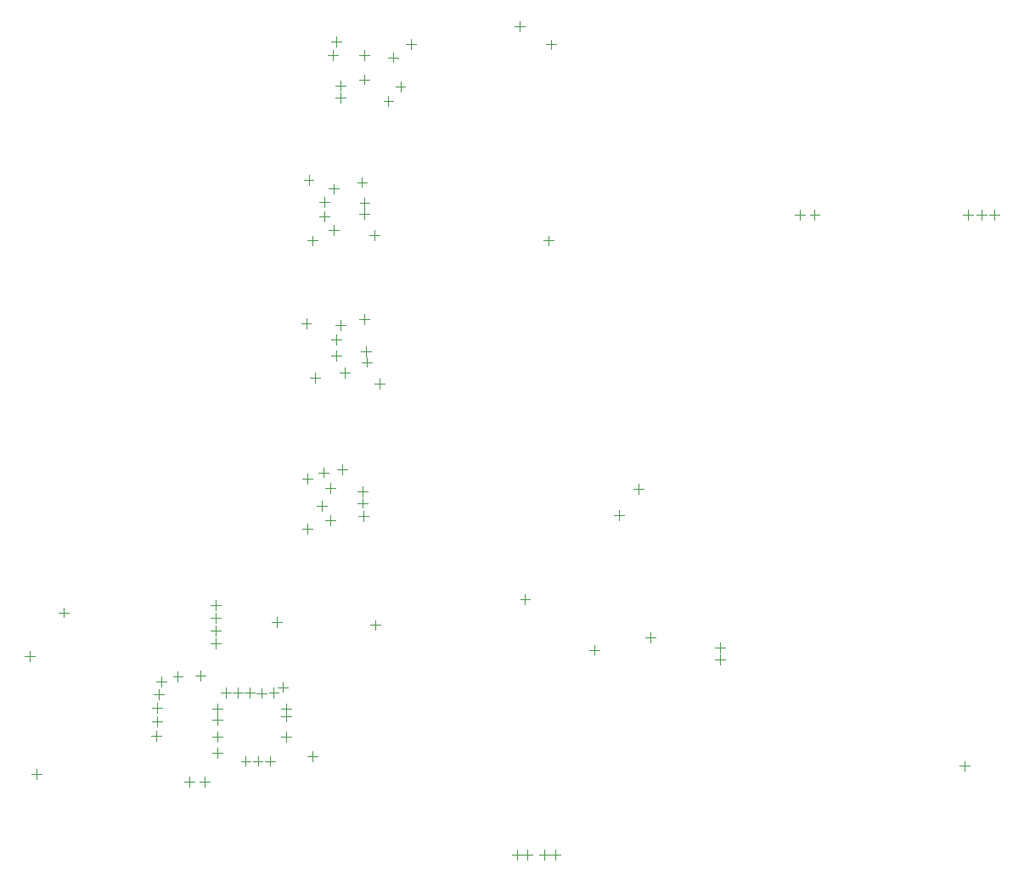
<source format=gbr>
G04*
G04 #@! TF.GenerationSoftware,Altium Limited,Altium Designer,23.7.1 (13)*
G04*
G04 Layer_Color=32896*
%FSLAX25Y25*%
%MOIN*%
G70*
G04*
G04 #@! TF.SameCoordinates,E44608C4-6370-4D0E-AFC6-BBC59DA78F3B*
G04*
G04*
G04 #@! TF.FilePolarity,Positive*
G04*
G01*
G75*
%ADD17C,0.00394*%
D17*
X283006Y-299306D02*
X286943D01*
X284975Y-301275D02*
Y-297338D01*
X255890Y-295224D02*
X259826D01*
X257858Y-297193D02*
Y-293256D01*
X125984Y-195276D02*
Y-191339D01*
X124016Y-193307D02*
X127953D01*
X124976Y-141450D02*
Y-137513D01*
X123007Y-139481D02*
X126944D01*
X161844Y-62355D02*
X165781D01*
X163813Y-64324D02*
Y-60387D01*
X143366Y-66732D02*
X147303D01*
X145335Y-68701D02*
Y-64764D01*
X132572Y-61461D02*
X136509D01*
X134541Y-63429D02*
Y-59492D01*
X131118Y-66571D02*
X135055D01*
X133086Y-68540D02*
Y-64603D01*
X156708Y-69488D02*
Y-65551D01*
X154739Y-67520D02*
X158677D01*
X147805Y-290492D02*
X151742D01*
X149774Y-292461D02*
Y-288524D01*
X251099Y-236923D02*
X255036D01*
X253068Y-238891D02*
Y-234954D01*
X14825Y-348924D02*
X18762D01*
X16793Y-350892D02*
Y-346955D01*
X12211Y-302714D02*
X16148D01*
X14180Y-304682D02*
Y-300745D01*
X144658Y-244478D02*
Y-240541D01*
X142690Y-242509D02*
X146626D01*
X145130Y-249606D02*
Y-245669D01*
X143161Y-247638D02*
X147098D01*
X126673Y-243808D02*
X130610D01*
X128642Y-245776D02*
Y-241839D01*
X121105Y-252756D02*
X125041D01*
X123073Y-254724D02*
Y-250787D01*
X131993Y-251271D02*
Y-247334D01*
X130025Y-249303D02*
X133962D01*
X144902Y-239863D02*
Y-235926D01*
X142933Y-237894D02*
X146870D01*
X134896Y-229397D02*
X138833D01*
X136865Y-231365D02*
Y-227428D01*
X127400Y-230512D02*
X131336D01*
X129368Y-232480D02*
Y-228543D01*
X121236Y-232874D02*
X125173D01*
X123204Y-234842D02*
Y-230906D01*
X132026Y-238681D02*
Y-234744D01*
X130057Y-236713D02*
X133994D01*
X149597Y-195744D02*
X153534D01*
X151566Y-197712D02*
Y-193775D01*
X146382Y-189173D02*
Y-185236D01*
X144414Y-187205D02*
X148351D01*
X132572Y-184768D02*
X136509D01*
X134541Y-186737D02*
Y-182800D01*
X137648Y-193422D02*
Y-189485D01*
X135679Y-191454D02*
X139616D01*
X146178Y-185039D02*
Y-181102D01*
X144209Y-183071D02*
X148146D01*
X143358Y-170276D02*
X147295D01*
X145326Y-172244D02*
Y-168307D01*
X132557Y-178393D02*
X136494D01*
X134525Y-180361D02*
Y-176424D01*
X122607Y-173888D02*
Y-169951D01*
X120639Y-171919D02*
X124576D01*
X136156Y-174663D02*
Y-170726D01*
X134187Y-172694D02*
X138125D01*
X379134Y-345827D02*
X383071D01*
X381102Y-347795D02*
Y-343858D01*
X72244Y-312516D02*
Y-308579D01*
X70276Y-310548D02*
X74213D01*
X123031Y-341992D02*
X126969D01*
X125000Y-343961D02*
Y-340024D01*
X85193Y-282707D02*
X89130D01*
X87161Y-284675D02*
Y-280738D01*
X85193Y-287706D02*
X89130D01*
X87161Y-289675D02*
Y-285738D01*
X109112Y-289264D02*
X113049D01*
X111081Y-291232D02*
Y-287295D01*
X85193Y-292707D02*
X89130D01*
X87161Y-294675D02*
Y-290738D01*
X218451Y-380600D02*
X222388D01*
X220420Y-382569D02*
Y-378631D01*
X98908Y-345831D02*
Y-341894D01*
X96940Y-343862D02*
X100877D01*
X144603Y-118504D02*
Y-114567D01*
X142634Y-116535D02*
X146571D01*
X214151Y-380600D02*
X218088D01*
X216120Y-382569D02*
Y-378631D01*
X207487Y-380600D02*
X211423D01*
X209455Y-382569D02*
Y-378631D01*
X203486Y-380600D02*
X207423D01*
X205455Y-382569D02*
Y-378631D01*
X218864Y-64468D02*
Y-60531D01*
X216895Y-62500D02*
X220832D01*
X25591Y-285512D02*
X29528D01*
X27559Y-287480D02*
Y-283543D01*
X382480Y-131405D02*
Y-127468D01*
X380512Y-129436D02*
X384449D01*
X387795Y-131405D02*
Y-127468D01*
X385827Y-129436D02*
X389764D01*
X392717Y-131405D02*
Y-127468D01*
X390748Y-129436D02*
X394685D01*
X322244Y-131405D02*
Y-127468D01*
X320276Y-129436D02*
X324213D01*
X316492Y-131405D02*
Y-127468D01*
X314523Y-129436D02*
X318460D01*
X245573Y-249386D02*
Y-245449D01*
X243605Y-247417D02*
X247542D01*
X204549Y-55413D02*
X208486D01*
X206517Y-57382D02*
Y-53445D01*
X121654Y-115797D02*
X125591D01*
X123622Y-117765D02*
Y-113829D01*
X145594Y-126772D02*
Y-122835D01*
X143625Y-124803D02*
X147562D01*
X145439Y-131102D02*
Y-127165D01*
X143470Y-129134D02*
X147407D01*
X127854Y-124324D02*
X131791D01*
X129823Y-126292D02*
Y-122355D01*
X147426Y-137402D02*
X151363D01*
X149394Y-139370D02*
Y-135433D01*
X133532Y-121119D02*
Y-117182D01*
X131564Y-119150D02*
X135501D01*
X127854Y-130048D02*
X131791D01*
X129823Y-132016D02*
Y-128079D01*
X133532Y-137263D02*
Y-133326D01*
X131564Y-135295D02*
X135501D01*
X64638Y-319650D02*
Y-315712D01*
X62670Y-317681D02*
X66607D01*
X65668Y-314653D02*
Y-310716D01*
X63700Y-312684D02*
X67637D01*
X63888Y-335894D02*
Y-331957D01*
X61920Y-333925D02*
X65857D01*
X63977Y-325068D02*
Y-321131D01*
X62008Y-323099D02*
X65945D01*
X63976Y-330216D02*
Y-326279D01*
X62008Y-328248D02*
X65945D01*
X80829Y-351944D02*
X84766D01*
X82798Y-353913D02*
Y-349976D01*
X87786Y-336283D02*
Y-332347D01*
X85818Y-334315D02*
X89755D01*
X89066Y-316894D02*
X93003D01*
X91034Y-318862D02*
Y-314925D01*
X98515Y-316894D02*
X102452D01*
X100483Y-318862D02*
Y-314925D01*
X107964Y-316894D02*
X111900D01*
X109932Y-318862D02*
Y-314925D01*
X114755Y-328410D02*
Y-324473D01*
X112786Y-326441D02*
X116723D01*
X106389Y-343862D02*
X110326D01*
X108357Y-345831D02*
Y-341894D01*
X87161Y-299675D02*
Y-295738D01*
X85193Y-297707D02*
X89130D01*
X101664Y-343862D02*
X105601D01*
X103633Y-345831D02*
Y-341894D01*
X114755Y-336283D02*
Y-332347D01*
X112786Y-334315D02*
X116723D01*
X114755Y-325260D02*
Y-321323D01*
X112786Y-323291D02*
X116723D01*
X111507Y-314862D02*
X115444D01*
X113475Y-316830D02*
Y-312893D01*
X93790Y-316894D02*
X97727D01*
X95759Y-318862D02*
Y-314925D01*
X87786Y-329591D02*
Y-325654D01*
X85818Y-327622D02*
X89755D01*
X87786Y-342583D02*
Y-338646D01*
X85818Y-340614D02*
X89755D01*
X103158Y-317189D02*
X107095D01*
X105127Y-319158D02*
Y-315220D01*
X87786Y-325260D02*
Y-321323D01*
X85818Y-323291D02*
X89755D01*
X215910Y-139481D02*
X219847D01*
X217879Y-141450D02*
Y-137513D01*
X136156Y-80512D02*
Y-76575D01*
X134187Y-78543D02*
X138125D01*
X136156Y-85249D02*
Y-81312D01*
X134187Y-83281D02*
X138125D01*
X159614Y-80904D02*
Y-76967D01*
X157645Y-78936D02*
X161582D01*
X152968Y-84771D02*
X156905D01*
X154936Y-86739D02*
Y-82802D01*
X145482Y-78150D02*
Y-74213D01*
X143513Y-76181D02*
X147450D01*
X208606Y-282394D02*
Y-278457D01*
X206637Y-280425D02*
X210574D01*
X284975Y-305999D02*
Y-302062D01*
X283006Y-304031D02*
X286943D01*
X233720Y-300204D02*
X237657D01*
X235688Y-302172D02*
Y-298235D01*
X74916Y-351944D02*
X78853D01*
X76884Y-353913D02*
Y-349976D01*
X79045Y-310322D02*
X82982D01*
X81014Y-312291D02*
Y-308354D01*
M02*

</source>
